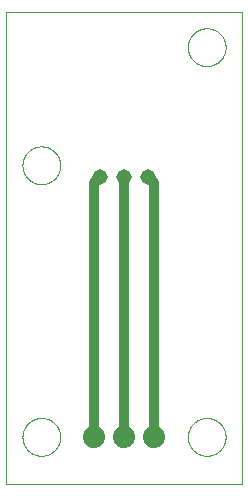
<source format=gbl>
G75*
%MOIN*%
%OFA0B0*%
%FSLAX25Y25*%
%IPPOS*%
%LPD*%
%AMOC8*
5,1,8,0,0,1.08239X$1,22.5*
%
%ADD10C,0.00000*%
%ADD11C,0.07400*%
%ADD12C,0.05150*%
%ADD13C,0.03200*%
D10*
X0001000Y0001000D02*
X0001000Y0158480D01*
X0079740Y0158480D01*
X0079740Y0001000D01*
X0001000Y0001000D01*
X0006512Y0016748D02*
X0006514Y0016906D01*
X0006520Y0017064D01*
X0006530Y0017222D01*
X0006544Y0017380D01*
X0006562Y0017537D01*
X0006583Y0017694D01*
X0006609Y0017850D01*
X0006639Y0018006D01*
X0006672Y0018161D01*
X0006710Y0018314D01*
X0006751Y0018467D01*
X0006796Y0018619D01*
X0006845Y0018770D01*
X0006898Y0018919D01*
X0006954Y0019067D01*
X0007014Y0019213D01*
X0007078Y0019358D01*
X0007146Y0019501D01*
X0007217Y0019643D01*
X0007291Y0019783D01*
X0007369Y0019920D01*
X0007451Y0020056D01*
X0007535Y0020190D01*
X0007624Y0020321D01*
X0007715Y0020450D01*
X0007810Y0020577D01*
X0007907Y0020702D01*
X0008008Y0020824D01*
X0008112Y0020943D01*
X0008219Y0021060D01*
X0008329Y0021174D01*
X0008442Y0021285D01*
X0008557Y0021394D01*
X0008675Y0021499D01*
X0008796Y0021601D01*
X0008919Y0021701D01*
X0009045Y0021797D01*
X0009173Y0021890D01*
X0009303Y0021980D01*
X0009436Y0022066D01*
X0009571Y0022150D01*
X0009707Y0022229D01*
X0009846Y0022306D01*
X0009987Y0022378D01*
X0010129Y0022448D01*
X0010273Y0022513D01*
X0010419Y0022575D01*
X0010566Y0022633D01*
X0010715Y0022688D01*
X0010865Y0022739D01*
X0011016Y0022786D01*
X0011168Y0022829D01*
X0011321Y0022868D01*
X0011476Y0022904D01*
X0011631Y0022935D01*
X0011787Y0022963D01*
X0011943Y0022987D01*
X0012100Y0023007D01*
X0012258Y0023023D01*
X0012415Y0023035D01*
X0012574Y0023043D01*
X0012732Y0023047D01*
X0012890Y0023047D01*
X0013048Y0023043D01*
X0013207Y0023035D01*
X0013364Y0023023D01*
X0013522Y0023007D01*
X0013679Y0022987D01*
X0013835Y0022963D01*
X0013991Y0022935D01*
X0014146Y0022904D01*
X0014301Y0022868D01*
X0014454Y0022829D01*
X0014606Y0022786D01*
X0014757Y0022739D01*
X0014907Y0022688D01*
X0015056Y0022633D01*
X0015203Y0022575D01*
X0015349Y0022513D01*
X0015493Y0022448D01*
X0015635Y0022378D01*
X0015776Y0022306D01*
X0015915Y0022229D01*
X0016051Y0022150D01*
X0016186Y0022066D01*
X0016319Y0021980D01*
X0016449Y0021890D01*
X0016577Y0021797D01*
X0016703Y0021701D01*
X0016826Y0021601D01*
X0016947Y0021499D01*
X0017065Y0021394D01*
X0017180Y0021285D01*
X0017293Y0021174D01*
X0017403Y0021060D01*
X0017510Y0020943D01*
X0017614Y0020824D01*
X0017715Y0020702D01*
X0017812Y0020577D01*
X0017907Y0020450D01*
X0017998Y0020321D01*
X0018087Y0020190D01*
X0018171Y0020056D01*
X0018253Y0019920D01*
X0018331Y0019783D01*
X0018405Y0019643D01*
X0018476Y0019501D01*
X0018544Y0019358D01*
X0018608Y0019213D01*
X0018668Y0019067D01*
X0018724Y0018919D01*
X0018777Y0018770D01*
X0018826Y0018619D01*
X0018871Y0018467D01*
X0018912Y0018314D01*
X0018950Y0018161D01*
X0018983Y0018006D01*
X0019013Y0017850D01*
X0019039Y0017694D01*
X0019060Y0017537D01*
X0019078Y0017380D01*
X0019092Y0017222D01*
X0019102Y0017064D01*
X0019108Y0016906D01*
X0019110Y0016748D01*
X0019108Y0016590D01*
X0019102Y0016432D01*
X0019092Y0016274D01*
X0019078Y0016116D01*
X0019060Y0015959D01*
X0019039Y0015802D01*
X0019013Y0015646D01*
X0018983Y0015490D01*
X0018950Y0015335D01*
X0018912Y0015182D01*
X0018871Y0015029D01*
X0018826Y0014877D01*
X0018777Y0014726D01*
X0018724Y0014577D01*
X0018668Y0014429D01*
X0018608Y0014283D01*
X0018544Y0014138D01*
X0018476Y0013995D01*
X0018405Y0013853D01*
X0018331Y0013713D01*
X0018253Y0013576D01*
X0018171Y0013440D01*
X0018087Y0013306D01*
X0017998Y0013175D01*
X0017907Y0013046D01*
X0017812Y0012919D01*
X0017715Y0012794D01*
X0017614Y0012672D01*
X0017510Y0012553D01*
X0017403Y0012436D01*
X0017293Y0012322D01*
X0017180Y0012211D01*
X0017065Y0012102D01*
X0016947Y0011997D01*
X0016826Y0011895D01*
X0016703Y0011795D01*
X0016577Y0011699D01*
X0016449Y0011606D01*
X0016319Y0011516D01*
X0016186Y0011430D01*
X0016051Y0011346D01*
X0015915Y0011267D01*
X0015776Y0011190D01*
X0015635Y0011118D01*
X0015493Y0011048D01*
X0015349Y0010983D01*
X0015203Y0010921D01*
X0015056Y0010863D01*
X0014907Y0010808D01*
X0014757Y0010757D01*
X0014606Y0010710D01*
X0014454Y0010667D01*
X0014301Y0010628D01*
X0014146Y0010592D01*
X0013991Y0010561D01*
X0013835Y0010533D01*
X0013679Y0010509D01*
X0013522Y0010489D01*
X0013364Y0010473D01*
X0013207Y0010461D01*
X0013048Y0010453D01*
X0012890Y0010449D01*
X0012732Y0010449D01*
X0012574Y0010453D01*
X0012415Y0010461D01*
X0012258Y0010473D01*
X0012100Y0010489D01*
X0011943Y0010509D01*
X0011787Y0010533D01*
X0011631Y0010561D01*
X0011476Y0010592D01*
X0011321Y0010628D01*
X0011168Y0010667D01*
X0011016Y0010710D01*
X0010865Y0010757D01*
X0010715Y0010808D01*
X0010566Y0010863D01*
X0010419Y0010921D01*
X0010273Y0010983D01*
X0010129Y0011048D01*
X0009987Y0011118D01*
X0009846Y0011190D01*
X0009707Y0011267D01*
X0009571Y0011346D01*
X0009436Y0011430D01*
X0009303Y0011516D01*
X0009173Y0011606D01*
X0009045Y0011699D01*
X0008919Y0011795D01*
X0008796Y0011895D01*
X0008675Y0011997D01*
X0008557Y0012102D01*
X0008442Y0012211D01*
X0008329Y0012322D01*
X0008219Y0012436D01*
X0008112Y0012553D01*
X0008008Y0012672D01*
X0007907Y0012794D01*
X0007810Y0012919D01*
X0007715Y0013046D01*
X0007624Y0013175D01*
X0007535Y0013306D01*
X0007451Y0013440D01*
X0007369Y0013576D01*
X0007291Y0013713D01*
X0007217Y0013853D01*
X0007146Y0013995D01*
X0007078Y0014138D01*
X0007014Y0014283D01*
X0006954Y0014429D01*
X0006898Y0014577D01*
X0006845Y0014726D01*
X0006796Y0014877D01*
X0006751Y0015029D01*
X0006710Y0015182D01*
X0006672Y0015335D01*
X0006639Y0015490D01*
X0006609Y0015646D01*
X0006583Y0015802D01*
X0006562Y0015959D01*
X0006544Y0016116D01*
X0006530Y0016274D01*
X0006520Y0016432D01*
X0006514Y0016590D01*
X0006512Y0016748D01*
X0006512Y0107299D02*
X0006514Y0107457D01*
X0006520Y0107615D01*
X0006530Y0107773D01*
X0006544Y0107931D01*
X0006562Y0108088D01*
X0006583Y0108245D01*
X0006609Y0108401D01*
X0006639Y0108557D01*
X0006672Y0108712D01*
X0006710Y0108865D01*
X0006751Y0109018D01*
X0006796Y0109170D01*
X0006845Y0109321D01*
X0006898Y0109470D01*
X0006954Y0109618D01*
X0007014Y0109764D01*
X0007078Y0109909D01*
X0007146Y0110052D01*
X0007217Y0110194D01*
X0007291Y0110334D01*
X0007369Y0110471D01*
X0007451Y0110607D01*
X0007535Y0110741D01*
X0007624Y0110872D01*
X0007715Y0111001D01*
X0007810Y0111128D01*
X0007907Y0111253D01*
X0008008Y0111375D01*
X0008112Y0111494D01*
X0008219Y0111611D01*
X0008329Y0111725D01*
X0008442Y0111836D01*
X0008557Y0111945D01*
X0008675Y0112050D01*
X0008796Y0112152D01*
X0008919Y0112252D01*
X0009045Y0112348D01*
X0009173Y0112441D01*
X0009303Y0112531D01*
X0009436Y0112617D01*
X0009571Y0112701D01*
X0009707Y0112780D01*
X0009846Y0112857D01*
X0009987Y0112929D01*
X0010129Y0112999D01*
X0010273Y0113064D01*
X0010419Y0113126D01*
X0010566Y0113184D01*
X0010715Y0113239D01*
X0010865Y0113290D01*
X0011016Y0113337D01*
X0011168Y0113380D01*
X0011321Y0113419D01*
X0011476Y0113455D01*
X0011631Y0113486D01*
X0011787Y0113514D01*
X0011943Y0113538D01*
X0012100Y0113558D01*
X0012258Y0113574D01*
X0012415Y0113586D01*
X0012574Y0113594D01*
X0012732Y0113598D01*
X0012890Y0113598D01*
X0013048Y0113594D01*
X0013207Y0113586D01*
X0013364Y0113574D01*
X0013522Y0113558D01*
X0013679Y0113538D01*
X0013835Y0113514D01*
X0013991Y0113486D01*
X0014146Y0113455D01*
X0014301Y0113419D01*
X0014454Y0113380D01*
X0014606Y0113337D01*
X0014757Y0113290D01*
X0014907Y0113239D01*
X0015056Y0113184D01*
X0015203Y0113126D01*
X0015349Y0113064D01*
X0015493Y0112999D01*
X0015635Y0112929D01*
X0015776Y0112857D01*
X0015915Y0112780D01*
X0016051Y0112701D01*
X0016186Y0112617D01*
X0016319Y0112531D01*
X0016449Y0112441D01*
X0016577Y0112348D01*
X0016703Y0112252D01*
X0016826Y0112152D01*
X0016947Y0112050D01*
X0017065Y0111945D01*
X0017180Y0111836D01*
X0017293Y0111725D01*
X0017403Y0111611D01*
X0017510Y0111494D01*
X0017614Y0111375D01*
X0017715Y0111253D01*
X0017812Y0111128D01*
X0017907Y0111001D01*
X0017998Y0110872D01*
X0018087Y0110741D01*
X0018171Y0110607D01*
X0018253Y0110471D01*
X0018331Y0110334D01*
X0018405Y0110194D01*
X0018476Y0110052D01*
X0018544Y0109909D01*
X0018608Y0109764D01*
X0018668Y0109618D01*
X0018724Y0109470D01*
X0018777Y0109321D01*
X0018826Y0109170D01*
X0018871Y0109018D01*
X0018912Y0108865D01*
X0018950Y0108712D01*
X0018983Y0108557D01*
X0019013Y0108401D01*
X0019039Y0108245D01*
X0019060Y0108088D01*
X0019078Y0107931D01*
X0019092Y0107773D01*
X0019102Y0107615D01*
X0019108Y0107457D01*
X0019110Y0107299D01*
X0019108Y0107141D01*
X0019102Y0106983D01*
X0019092Y0106825D01*
X0019078Y0106667D01*
X0019060Y0106510D01*
X0019039Y0106353D01*
X0019013Y0106197D01*
X0018983Y0106041D01*
X0018950Y0105886D01*
X0018912Y0105733D01*
X0018871Y0105580D01*
X0018826Y0105428D01*
X0018777Y0105277D01*
X0018724Y0105128D01*
X0018668Y0104980D01*
X0018608Y0104834D01*
X0018544Y0104689D01*
X0018476Y0104546D01*
X0018405Y0104404D01*
X0018331Y0104264D01*
X0018253Y0104127D01*
X0018171Y0103991D01*
X0018087Y0103857D01*
X0017998Y0103726D01*
X0017907Y0103597D01*
X0017812Y0103470D01*
X0017715Y0103345D01*
X0017614Y0103223D01*
X0017510Y0103104D01*
X0017403Y0102987D01*
X0017293Y0102873D01*
X0017180Y0102762D01*
X0017065Y0102653D01*
X0016947Y0102548D01*
X0016826Y0102446D01*
X0016703Y0102346D01*
X0016577Y0102250D01*
X0016449Y0102157D01*
X0016319Y0102067D01*
X0016186Y0101981D01*
X0016051Y0101897D01*
X0015915Y0101818D01*
X0015776Y0101741D01*
X0015635Y0101669D01*
X0015493Y0101599D01*
X0015349Y0101534D01*
X0015203Y0101472D01*
X0015056Y0101414D01*
X0014907Y0101359D01*
X0014757Y0101308D01*
X0014606Y0101261D01*
X0014454Y0101218D01*
X0014301Y0101179D01*
X0014146Y0101143D01*
X0013991Y0101112D01*
X0013835Y0101084D01*
X0013679Y0101060D01*
X0013522Y0101040D01*
X0013364Y0101024D01*
X0013207Y0101012D01*
X0013048Y0101004D01*
X0012890Y0101000D01*
X0012732Y0101000D01*
X0012574Y0101004D01*
X0012415Y0101012D01*
X0012258Y0101024D01*
X0012100Y0101040D01*
X0011943Y0101060D01*
X0011787Y0101084D01*
X0011631Y0101112D01*
X0011476Y0101143D01*
X0011321Y0101179D01*
X0011168Y0101218D01*
X0011016Y0101261D01*
X0010865Y0101308D01*
X0010715Y0101359D01*
X0010566Y0101414D01*
X0010419Y0101472D01*
X0010273Y0101534D01*
X0010129Y0101599D01*
X0009987Y0101669D01*
X0009846Y0101741D01*
X0009707Y0101818D01*
X0009571Y0101897D01*
X0009436Y0101981D01*
X0009303Y0102067D01*
X0009173Y0102157D01*
X0009045Y0102250D01*
X0008919Y0102346D01*
X0008796Y0102446D01*
X0008675Y0102548D01*
X0008557Y0102653D01*
X0008442Y0102762D01*
X0008329Y0102873D01*
X0008219Y0102987D01*
X0008112Y0103104D01*
X0008008Y0103223D01*
X0007907Y0103345D01*
X0007810Y0103470D01*
X0007715Y0103597D01*
X0007624Y0103726D01*
X0007535Y0103857D01*
X0007451Y0103991D01*
X0007369Y0104127D01*
X0007291Y0104264D01*
X0007217Y0104404D01*
X0007146Y0104546D01*
X0007078Y0104689D01*
X0007014Y0104834D01*
X0006954Y0104980D01*
X0006898Y0105128D01*
X0006845Y0105277D01*
X0006796Y0105428D01*
X0006751Y0105580D01*
X0006710Y0105733D01*
X0006672Y0105886D01*
X0006639Y0106041D01*
X0006609Y0106197D01*
X0006583Y0106353D01*
X0006562Y0106510D01*
X0006544Y0106667D01*
X0006530Y0106825D01*
X0006520Y0106983D01*
X0006514Y0107141D01*
X0006512Y0107299D01*
X0061630Y0146669D02*
X0061632Y0146827D01*
X0061638Y0146985D01*
X0061648Y0147143D01*
X0061662Y0147301D01*
X0061680Y0147458D01*
X0061701Y0147615D01*
X0061727Y0147771D01*
X0061757Y0147927D01*
X0061790Y0148082D01*
X0061828Y0148235D01*
X0061869Y0148388D01*
X0061914Y0148540D01*
X0061963Y0148691D01*
X0062016Y0148840D01*
X0062072Y0148988D01*
X0062132Y0149134D01*
X0062196Y0149279D01*
X0062264Y0149422D01*
X0062335Y0149564D01*
X0062409Y0149704D01*
X0062487Y0149841D01*
X0062569Y0149977D01*
X0062653Y0150111D01*
X0062742Y0150242D01*
X0062833Y0150371D01*
X0062928Y0150498D01*
X0063025Y0150623D01*
X0063126Y0150745D01*
X0063230Y0150864D01*
X0063337Y0150981D01*
X0063447Y0151095D01*
X0063560Y0151206D01*
X0063675Y0151315D01*
X0063793Y0151420D01*
X0063914Y0151522D01*
X0064037Y0151622D01*
X0064163Y0151718D01*
X0064291Y0151811D01*
X0064421Y0151901D01*
X0064554Y0151987D01*
X0064689Y0152071D01*
X0064825Y0152150D01*
X0064964Y0152227D01*
X0065105Y0152299D01*
X0065247Y0152369D01*
X0065391Y0152434D01*
X0065537Y0152496D01*
X0065684Y0152554D01*
X0065833Y0152609D01*
X0065983Y0152660D01*
X0066134Y0152707D01*
X0066286Y0152750D01*
X0066439Y0152789D01*
X0066594Y0152825D01*
X0066749Y0152856D01*
X0066905Y0152884D01*
X0067061Y0152908D01*
X0067218Y0152928D01*
X0067376Y0152944D01*
X0067533Y0152956D01*
X0067692Y0152964D01*
X0067850Y0152968D01*
X0068008Y0152968D01*
X0068166Y0152964D01*
X0068325Y0152956D01*
X0068482Y0152944D01*
X0068640Y0152928D01*
X0068797Y0152908D01*
X0068953Y0152884D01*
X0069109Y0152856D01*
X0069264Y0152825D01*
X0069419Y0152789D01*
X0069572Y0152750D01*
X0069724Y0152707D01*
X0069875Y0152660D01*
X0070025Y0152609D01*
X0070174Y0152554D01*
X0070321Y0152496D01*
X0070467Y0152434D01*
X0070611Y0152369D01*
X0070753Y0152299D01*
X0070894Y0152227D01*
X0071033Y0152150D01*
X0071169Y0152071D01*
X0071304Y0151987D01*
X0071437Y0151901D01*
X0071567Y0151811D01*
X0071695Y0151718D01*
X0071821Y0151622D01*
X0071944Y0151522D01*
X0072065Y0151420D01*
X0072183Y0151315D01*
X0072298Y0151206D01*
X0072411Y0151095D01*
X0072521Y0150981D01*
X0072628Y0150864D01*
X0072732Y0150745D01*
X0072833Y0150623D01*
X0072930Y0150498D01*
X0073025Y0150371D01*
X0073116Y0150242D01*
X0073205Y0150111D01*
X0073289Y0149977D01*
X0073371Y0149841D01*
X0073449Y0149704D01*
X0073523Y0149564D01*
X0073594Y0149422D01*
X0073662Y0149279D01*
X0073726Y0149134D01*
X0073786Y0148988D01*
X0073842Y0148840D01*
X0073895Y0148691D01*
X0073944Y0148540D01*
X0073989Y0148388D01*
X0074030Y0148235D01*
X0074068Y0148082D01*
X0074101Y0147927D01*
X0074131Y0147771D01*
X0074157Y0147615D01*
X0074178Y0147458D01*
X0074196Y0147301D01*
X0074210Y0147143D01*
X0074220Y0146985D01*
X0074226Y0146827D01*
X0074228Y0146669D01*
X0074226Y0146511D01*
X0074220Y0146353D01*
X0074210Y0146195D01*
X0074196Y0146037D01*
X0074178Y0145880D01*
X0074157Y0145723D01*
X0074131Y0145567D01*
X0074101Y0145411D01*
X0074068Y0145256D01*
X0074030Y0145103D01*
X0073989Y0144950D01*
X0073944Y0144798D01*
X0073895Y0144647D01*
X0073842Y0144498D01*
X0073786Y0144350D01*
X0073726Y0144204D01*
X0073662Y0144059D01*
X0073594Y0143916D01*
X0073523Y0143774D01*
X0073449Y0143634D01*
X0073371Y0143497D01*
X0073289Y0143361D01*
X0073205Y0143227D01*
X0073116Y0143096D01*
X0073025Y0142967D01*
X0072930Y0142840D01*
X0072833Y0142715D01*
X0072732Y0142593D01*
X0072628Y0142474D01*
X0072521Y0142357D01*
X0072411Y0142243D01*
X0072298Y0142132D01*
X0072183Y0142023D01*
X0072065Y0141918D01*
X0071944Y0141816D01*
X0071821Y0141716D01*
X0071695Y0141620D01*
X0071567Y0141527D01*
X0071437Y0141437D01*
X0071304Y0141351D01*
X0071169Y0141267D01*
X0071033Y0141188D01*
X0070894Y0141111D01*
X0070753Y0141039D01*
X0070611Y0140969D01*
X0070467Y0140904D01*
X0070321Y0140842D01*
X0070174Y0140784D01*
X0070025Y0140729D01*
X0069875Y0140678D01*
X0069724Y0140631D01*
X0069572Y0140588D01*
X0069419Y0140549D01*
X0069264Y0140513D01*
X0069109Y0140482D01*
X0068953Y0140454D01*
X0068797Y0140430D01*
X0068640Y0140410D01*
X0068482Y0140394D01*
X0068325Y0140382D01*
X0068166Y0140374D01*
X0068008Y0140370D01*
X0067850Y0140370D01*
X0067692Y0140374D01*
X0067533Y0140382D01*
X0067376Y0140394D01*
X0067218Y0140410D01*
X0067061Y0140430D01*
X0066905Y0140454D01*
X0066749Y0140482D01*
X0066594Y0140513D01*
X0066439Y0140549D01*
X0066286Y0140588D01*
X0066134Y0140631D01*
X0065983Y0140678D01*
X0065833Y0140729D01*
X0065684Y0140784D01*
X0065537Y0140842D01*
X0065391Y0140904D01*
X0065247Y0140969D01*
X0065105Y0141039D01*
X0064964Y0141111D01*
X0064825Y0141188D01*
X0064689Y0141267D01*
X0064554Y0141351D01*
X0064421Y0141437D01*
X0064291Y0141527D01*
X0064163Y0141620D01*
X0064037Y0141716D01*
X0063914Y0141816D01*
X0063793Y0141918D01*
X0063675Y0142023D01*
X0063560Y0142132D01*
X0063447Y0142243D01*
X0063337Y0142357D01*
X0063230Y0142474D01*
X0063126Y0142593D01*
X0063025Y0142715D01*
X0062928Y0142840D01*
X0062833Y0142967D01*
X0062742Y0143096D01*
X0062653Y0143227D01*
X0062569Y0143361D01*
X0062487Y0143497D01*
X0062409Y0143634D01*
X0062335Y0143774D01*
X0062264Y0143916D01*
X0062196Y0144059D01*
X0062132Y0144204D01*
X0062072Y0144350D01*
X0062016Y0144498D01*
X0061963Y0144647D01*
X0061914Y0144798D01*
X0061869Y0144950D01*
X0061828Y0145103D01*
X0061790Y0145256D01*
X0061757Y0145411D01*
X0061727Y0145567D01*
X0061701Y0145723D01*
X0061680Y0145880D01*
X0061662Y0146037D01*
X0061648Y0146195D01*
X0061638Y0146353D01*
X0061632Y0146511D01*
X0061630Y0146669D01*
X0061630Y0016748D02*
X0061632Y0016906D01*
X0061638Y0017064D01*
X0061648Y0017222D01*
X0061662Y0017380D01*
X0061680Y0017537D01*
X0061701Y0017694D01*
X0061727Y0017850D01*
X0061757Y0018006D01*
X0061790Y0018161D01*
X0061828Y0018314D01*
X0061869Y0018467D01*
X0061914Y0018619D01*
X0061963Y0018770D01*
X0062016Y0018919D01*
X0062072Y0019067D01*
X0062132Y0019213D01*
X0062196Y0019358D01*
X0062264Y0019501D01*
X0062335Y0019643D01*
X0062409Y0019783D01*
X0062487Y0019920D01*
X0062569Y0020056D01*
X0062653Y0020190D01*
X0062742Y0020321D01*
X0062833Y0020450D01*
X0062928Y0020577D01*
X0063025Y0020702D01*
X0063126Y0020824D01*
X0063230Y0020943D01*
X0063337Y0021060D01*
X0063447Y0021174D01*
X0063560Y0021285D01*
X0063675Y0021394D01*
X0063793Y0021499D01*
X0063914Y0021601D01*
X0064037Y0021701D01*
X0064163Y0021797D01*
X0064291Y0021890D01*
X0064421Y0021980D01*
X0064554Y0022066D01*
X0064689Y0022150D01*
X0064825Y0022229D01*
X0064964Y0022306D01*
X0065105Y0022378D01*
X0065247Y0022448D01*
X0065391Y0022513D01*
X0065537Y0022575D01*
X0065684Y0022633D01*
X0065833Y0022688D01*
X0065983Y0022739D01*
X0066134Y0022786D01*
X0066286Y0022829D01*
X0066439Y0022868D01*
X0066594Y0022904D01*
X0066749Y0022935D01*
X0066905Y0022963D01*
X0067061Y0022987D01*
X0067218Y0023007D01*
X0067376Y0023023D01*
X0067533Y0023035D01*
X0067692Y0023043D01*
X0067850Y0023047D01*
X0068008Y0023047D01*
X0068166Y0023043D01*
X0068325Y0023035D01*
X0068482Y0023023D01*
X0068640Y0023007D01*
X0068797Y0022987D01*
X0068953Y0022963D01*
X0069109Y0022935D01*
X0069264Y0022904D01*
X0069419Y0022868D01*
X0069572Y0022829D01*
X0069724Y0022786D01*
X0069875Y0022739D01*
X0070025Y0022688D01*
X0070174Y0022633D01*
X0070321Y0022575D01*
X0070467Y0022513D01*
X0070611Y0022448D01*
X0070753Y0022378D01*
X0070894Y0022306D01*
X0071033Y0022229D01*
X0071169Y0022150D01*
X0071304Y0022066D01*
X0071437Y0021980D01*
X0071567Y0021890D01*
X0071695Y0021797D01*
X0071821Y0021701D01*
X0071944Y0021601D01*
X0072065Y0021499D01*
X0072183Y0021394D01*
X0072298Y0021285D01*
X0072411Y0021174D01*
X0072521Y0021060D01*
X0072628Y0020943D01*
X0072732Y0020824D01*
X0072833Y0020702D01*
X0072930Y0020577D01*
X0073025Y0020450D01*
X0073116Y0020321D01*
X0073205Y0020190D01*
X0073289Y0020056D01*
X0073371Y0019920D01*
X0073449Y0019783D01*
X0073523Y0019643D01*
X0073594Y0019501D01*
X0073662Y0019358D01*
X0073726Y0019213D01*
X0073786Y0019067D01*
X0073842Y0018919D01*
X0073895Y0018770D01*
X0073944Y0018619D01*
X0073989Y0018467D01*
X0074030Y0018314D01*
X0074068Y0018161D01*
X0074101Y0018006D01*
X0074131Y0017850D01*
X0074157Y0017694D01*
X0074178Y0017537D01*
X0074196Y0017380D01*
X0074210Y0017222D01*
X0074220Y0017064D01*
X0074226Y0016906D01*
X0074228Y0016748D01*
X0074226Y0016590D01*
X0074220Y0016432D01*
X0074210Y0016274D01*
X0074196Y0016116D01*
X0074178Y0015959D01*
X0074157Y0015802D01*
X0074131Y0015646D01*
X0074101Y0015490D01*
X0074068Y0015335D01*
X0074030Y0015182D01*
X0073989Y0015029D01*
X0073944Y0014877D01*
X0073895Y0014726D01*
X0073842Y0014577D01*
X0073786Y0014429D01*
X0073726Y0014283D01*
X0073662Y0014138D01*
X0073594Y0013995D01*
X0073523Y0013853D01*
X0073449Y0013713D01*
X0073371Y0013576D01*
X0073289Y0013440D01*
X0073205Y0013306D01*
X0073116Y0013175D01*
X0073025Y0013046D01*
X0072930Y0012919D01*
X0072833Y0012794D01*
X0072732Y0012672D01*
X0072628Y0012553D01*
X0072521Y0012436D01*
X0072411Y0012322D01*
X0072298Y0012211D01*
X0072183Y0012102D01*
X0072065Y0011997D01*
X0071944Y0011895D01*
X0071821Y0011795D01*
X0071695Y0011699D01*
X0071567Y0011606D01*
X0071437Y0011516D01*
X0071304Y0011430D01*
X0071169Y0011346D01*
X0071033Y0011267D01*
X0070894Y0011190D01*
X0070753Y0011118D01*
X0070611Y0011048D01*
X0070467Y0010983D01*
X0070321Y0010921D01*
X0070174Y0010863D01*
X0070025Y0010808D01*
X0069875Y0010757D01*
X0069724Y0010710D01*
X0069572Y0010667D01*
X0069419Y0010628D01*
X0069264Y0010592D01*
X0069109Y0010561D01*
X0068953Y0010533D01*
X0068797Y0010509D01*
X0068640Y0010489D01*
X0068482Y0010473D01*
X0068325Y0010461D01*
X0068166Y0010453D01*
X0068008Y0010449D01*
X0067850Y0010449D01*
X0067692Y0010453D01*
X0067533Y0010461D01*
X0067376Y0010473D01*
X0067218Y0010489D01*
X0067061Y0010509D01*
X0066905Y0010533D01*
X0066749Y0010561D01*
X0066594Y0010592D01*
X0066439Y0010628D01*
X0066286Y0010667D01*
X0066134Y0010710D01*
X0065983Y0010757D01*
X0065833Y0010808D01*
X0065684Y0010863D01*
X0065537Y0010921D01*
X0065391Y0010983D01*
X0065247Y0011048D01*
X0065105Y0011118D01*
X0064964Y0011190D01*
X0064825Y0011267D01*
X0064689Y0011346D01*
X0064554Y0011430D01*
X0064421Y0011516D01*
X0064291Y0011606D01*
X0064163Y0011699D01*
X0064037Y0011795D01*
X0063914Y0011895D01*
X0063793Y0011997D01*
X0063675Y0012102D01*
X0063560Y0012211D01*
X0063447Y0012322D01*
X0063337Y0012436D01*
X0063230Y0012553D01*
X0063126Y0012672D01*
X0063025Y0012794D01*
X0062928Y0012919D01*
X0062833Y0013046D01*
X0062742Y0013175D01*
X0062653Y0013306D01*
X0062569Y0013440D01*
X0062487Y0013576D01*
X0062409Y0013713D01*
X0062335Y0013853D01*
X0062264Y0013995D01*
X0062196Y0014138D01*
X0062132Y0014283D01*
X0062072Y0014429D01*
X0062016Y0014577D01*
X0061963Y0014726D01*
X0061914Y0014877D01*
X0061869Y0015029D01*
X0061828Y0015182D01*
X0061790Y0015335D01*
X0061757Y0015490D01*
X0061727Y0015646D01*
X0061701Y0015802D01*
X0061680Y0015959D01*
X0061662Y0016116D01*
X0061648Y0016274D01*
X0061638Y0016432D01*
X0061632Y0016590D01*
X0061630Y0016748D01*
D11*
X0050370Y0016748D03*
X0040370Y0016748D03*
X0030370Y0016748D03*
D12*
X0032496Y0103362D03*
X0040370Y0103362D03*
X0048244Y0103362D03*
D13*
X0050370Y0101236D01*
X0050370Y0016748D01*
X0040370Y0016748D02*
X0040370Y0103362D01*
X0032496Y0103362D02*
X0030370Y0101236D01*
X0030370Y0016748D01*
M02*

</source>
